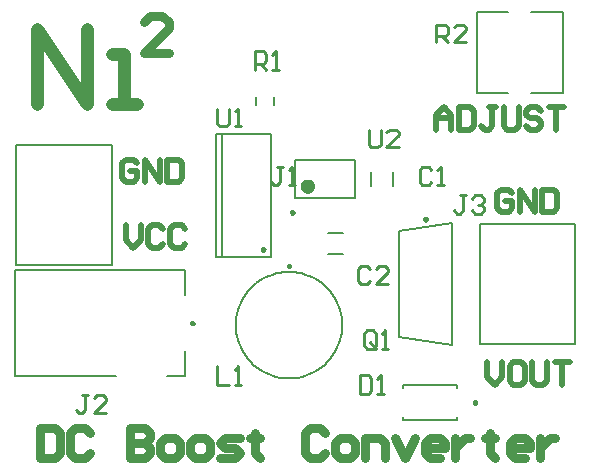
<source format=gbr>
%FSTAX23Y23*%
%MOIN*%
%SFA1B1*%

%IPPOS*%
%ADD10C,0.009843*%
%ADD11C,0.007874*%
%ADD12C,0.023622*%
%ADD13C,0.020079*%
%ADD14C,0.029921*%
%ADD15C,0.044882*%
%ADD16C,0.009843*%
%LNpcb1_legend_top-1*%
%LPD*%
G54D10*
X03709Y034D02*
D01*
X03709Y034*
X03709Y034*
X03709Y034*
X03709Y03401*
X03709Y03401*
X03709Y03401*
X03708Y03402*
X03708Y03402*
X03708Y03402*
X03708Y03403*
X03708Y03403*
X03707Y03403*
X03707Y03403*
X03707Y03403*
X03707Y03404*
X03706Y03404*
X03706Y03404*
X03706Y03404*
X03705Y03404*
X03705Y03404*
X03705Y03404*
X03704Y03404*
X03704*
X03704Y03404*
X03703Y03404*
X03703Y03404*
X03703Y03404*
X03702Y03404*
X03702Y03404*
X03702Y03404*
X03702Y03403*
X03701Y03403*
X03701Y03403*
X03701Y03403*
X03701Y03403*
X037Y03402*
X037Y03402*
X037Y03402*
X037Y03401*
X037Y03401*
X037Y03401*
X037Y034*
X037Y034*
X037Y034*
X037Y034*
X037Y03399*
X037Y03399*
X037Y03399*
X037Y03398*
X037Y03398*
X037Y03398*
X037Y03397*
X037Y03397*
X037Y03397*
X03701Y03396*
X03701Y03396*
X03701Y03396*
X03701Y03396*
X03702Y03396*
X03702Y03395*
X03702Y03395*
X03702Y03395*
X03703Y03395*
X03703Y03395*
X03703Y03395*
X03704Y03395*
X03704Y03395*
X03704*
X03705Y03395*
X03705Y03395*
X03705Y03395*
X03706Y03395*
X03706Y03395*
X03706Y03395*
X03707Y03395*
X03707Y03396*
X03707Y03396*
X03707Y03396*
X03708Y03396*
X03708Y03396*
X03708Y03397*
X03708Y03397*
X03708Y03397*
X03709Y03398*
X03709Y03398*
X03709Y03398*
X03709Y03399*
X03709Y03399*
X03709Y03399*
X03709Y034*
X03089Y03854D02*
D01*
X03089Y03855*
X03089Y03855*
X03089Y03855*
X03089Y03856*
X03089Y03856*
X03089Y03856*
X03089Y03856*
X03089Y03857*
X03088Y03857*
X03088Y03857*
X03088Y03858*
X03088Y03858*
X03087Y03858*
X03087Y03858*
X03087Y03858*
X03087Y03858*
X03086Y03859*
X03086Y03859*
X03086Y03859*
X03085Y03859*
X03085Y03859*
X03085Y03859*
X03084*
X03084Y03859*
X03084Y03859*
X03083Y03859*
X03083Y03859*
X03083Y03859*
X03082Y03858*
X03082Y03858*
X03082Y03858*
X03082Y03858*
X03081Y03858*
X03081Y03858*
X03081Y03857*
X03081Y03857*
X03081Y03857*
X0308Y03856*
X0308Y03856*
X0308Y03856*
X0308Y03856*
X0308Y03855*
X0308Y03855*
X0308Y03855*
X0308Y03854*
X0308Y03854*
X0308Y03854*
X0308Y03853*
X0308Y03853*
X0308Y03853*
X0308Y03852*
X0308Y03852*
X03081Y03852*
X03081Y03851*
X03081Y03851*
X03081Y03851*
X03081Y03851*
X03082Y03851*
X03082Y0385*
X03082Y0385*
X03082Y0385*
X03083Y0385*
X03083Y0385*
X03083Y0385*
X03084Y0385*
X03084Y0385*
X03084Y0385*
X03085*
X03085Y0385*
X03085Y0385*
X03086Y0385*
X03086Y0385*
X03086Y0385*
X03087Y0385*
X03087Y0385*
X03087Y0385*
X03087Y03851*
X03088Y03851*
X03088Y03851*
X03088Y03851*
X03088Y03851*
X03089Y03852*
X03089Y03852*
X03089Y03852*
X03089Y03853*
X03089Y03853*
X03089Y03853*
X03089Y03854*
X03089Y03854*
X03089Y03854*
X031Y04033D02*
D01*
X031Y04034*
X031Y04034*
X031Y04034*
X031Y04035*
X031Y04035*
X03099Y04035*
X03099Y04036*
X03099Y04036*
X03099Y04036*
X03099Y04036*
X03099Y04037*
X03098Y04037*
X03098Y04037*
X03098Y04037*
X03098Y04037*
X03097Y04038*
X03097Y04038*
X03097Y04038*
X03096Y04038*
X03096Y04038*
X03096Y04038*
X03095Y04038*
X03095*
X03095Y04038*
X03094Y04038*
X03094Y04038*
X03094Y04038*
X03093Y04038*
X03093Y04038*
X03093Y04037*
X03093Y04037*
X03092Y04037*
X03092Y04037*
X03092Y04037*
X03092Y04036*
X03091Y04036*
X03091Y04036*
X03091Y04036*
X03091Y04035*
X03091Y04035*
X03091Y04035*
X03091Y04034*
X0309Y04034*
X0309Y04034*
X0309Y04033*
X0309Y04033*
X0309Y04033*
X03091Y04032*
X03091Y04032*
X03091Y04032*
X03091Y04031*
X03091Y04031*
X03091Y04031*
X03091Y04031*
X03092Y0403*
X03092Y0403*
X03092Y0403*
X03092Y0403*
X03093Y04029*
X03093Y04029*
X03093Y04029*
X03093Y04029*
X03094Y04029*
X03094Y04029*
X03094Y04029*
X03095Y04029*
X03095Y04029*
X03095*
X03096Y04029*
X03096Y04029*
X03096Y04029*
X03097Y04029*
X03097Y04029*
X03097Y04029*
X03098Y04029*
X03098Y04029*
X03098Y0403*
X03098Y0403*
X03099Y0403*
X03099Y0403*
X03099Y04031*
X03099Y04031*
X03099Y04031*
X03099Y04031*
X031Y04032*
X031Y04032*
X031Y04032*
X031Y04033*
X031Y04033*
X031Y04033*
X03544Y04011D02*
D01*
X03544Y04011*
X03544Y04012*
X03544Y04012*
X03544Y04012*
X03544Y04013*
X03544Y04013*
X03544Y04013*
X03544Y04013*
X03543Y04014*
X03543Y04014*
X03543Y04014*
X03543Y04014*
X03543Y04015*
X03542Y04015*
X03542Y04015*
X03542Y04015*
X03541Y04015*
X03541Y04015*
X03541Y04016*
X0354Y04016*
X0354Y04016*
X0354Y04016*
X03539*
X03539Y04016*
X03539Y04016*
X03539Y04016*
X03538Y04015*
X03538Y04015*
X03538Y04015*
X03537Y04015*
X03537Y04015*
X03537Y04015*
X03536Y04014*
X03536Y04014*
X03536Y04014*
X03536Y04014*
X03536Y04013*
X03535Y04013*
X03535Y04013*
X03535Y04013*
X03535Y04012*
X03535Y04012*
X03535Y04012*
X03535Y04011*
X03535Y04011*
X03535Y04011*
X03535Y0401*
X03535Y0401*
X03535Y0401*
X03535Y04009*
X03535Y04009*
X03535Y04009*
X03536Y04008*
X03536Y04008*
X03536Y04008*
X03536Y04008*
X03536Y04007*
X03537Y04007*
X03537Y04007*
X03537Y04007*
X03538Y04007*
X03538Y04007*
X03538Y04006*
X03539Y04006*
X03539Y04006*
X03539Y04006*
X03539Y04006*
X0354*
X0354Y04006*
X0354Y04006*
X03541Y04006*
X03541Y04006*
X03541Y04007*
X03542Y04007*
X03542Y04007*
X03542Y04007*
X03543Y04007*
X03543Y04007*
X03543Y04008*
X03543Y04008*
X03543Y04008*
X03544Y04008*
X03544Y04009*
X03544Y04009*
X03544Y04009*
X03544Y0401*
X03544Y0401*
X03544Y0401*
X03544Y04011*
X03544Y04011*
X03003Y03911D02*
D01*
X03003Y03911*
X03003Y03911*
X03003Y03912*
X03002Y03912*
X03002Y03912*
X03002Y03912*
X03002Y03913*
X03002Y03913*
X03002Y03913*
X03002Y03914*
X03001Y03914*
X03001Y03914*
X03001Y03914*
X03001Y03914*
X03Y03915*
X03Y03915*
X03Y03915*
X02999Y03915*
X02999Y03915*
X02999Y03915*
X02998Y03915*
X02998Y03915*
X02998*
X02997Y03915*
X02997Y03915*
X02997Y03915*
X02996Y03915*
X02996Y03915*
X02996Y03915*
X02996Y03915*
X02995Y03914*
X02995Y03914*
X02995Y03914*
X02995Y03914*
X02994Y03914*
X02994Y03913*
X02994Y03913*
X02994Y03913*
X02994Y03912*
X02993Y03912*
X02993Y03912*
X02993Y03912*
X02993Y03911*
X02993Y03911*
X02993Y03911*
X02993Y0391*
X02993Y0391*
X02993Y0391*
X02993Y03909*
X02993Y03909*
X02994Y03909*
X02994Y03908*
X02994Y03908*
X02994Y03908*
X02994Y03907*
X02995Y03907*
X02995Y03907*
X02995Y03907*
X02995Y03907*
X02996Y03906*
X02996Y03906*
X02996Y03906*
X02996Y03906*
X02997Y03906*
X02997Y03906*
X02997Y03906*
X02998Y03906*
X02998*
X02998Y03906*
X02999Y03906*
X02999Y03906*
X02999Y03906*
X03Y03906*
X03Y03906*
X03Y03906*
X03001Y03907*
X03001Y03907*
X03001Y03907*
X03001Y03907*
X03002Y03907*
X03002Y03908*
X03002Y03908*
X03002Y03908*
X03002Y03909*
X03002Y03909*
X03002Y03909*
X03003Y0391*
X03003Y0391*
X03003Y0391*
X03003Y03911*
X02767Y03664D02*
D01*
X02767Y03665*
X02767Y03665*
X02767Y03665*
X02767Y03666*
X02767Y03666*
X02766Y03666*
X02766Y03667*
X02766Y03667*
X02766Y03667*
X02766Y03667*
X02765Y03668*
X02765Y03668*
X02765Y03668*
X02765Y03668*
X02764Y03669*
X02764Y03669*
X02764Y03669*
X02764Y03669*
X02763Y03669*
X02763Y03669*
X02763Y03669*
X02762Y03669*
X02762*
X02762Y03669*
X02761Y03669*
X02761Y03669*
X02761Y03669*
X0276Y03669*
X0276Y03669*
X0276Y03669*
X02759Y03668*
X02759Y03668*
X02759Y03668*
X02759Y03668*
X02758Y03667*
X02758Y03667*
X02758Y03667*
X02758Y03667*
X02758Y03666*
X02758Y03666*
X02758Y03666*
X02757Y03665*
X02757Y03665*
X02757Y03665*
X02757Y03664*
X02757Y03664*
X02757Y03664*
X02757Y03663*
X02758Y03663*
X02758Y03663*
X02758Y03663*
X02758Y03662*
X02758Y03662*
X02758Y03662*
X02758Y03661*
X02759Y03661*
X02759Y03661*
X02759Y03661*
X02759Y03661*
X0276Y0366*
X0276Y0366*
X0276Y0366*
X02761Y0366*
X02761Y0366*
X02761Y0366*
X02762Y0366*
X02762Y0366*
X02762*
X02763Y0366*
X02763Y0366*
X02763Y0366*
X02764Y0366*
X02764Y0366*
X02764Y0366*
X02764Y0366*
X02765Y03661*
X02765Y03661*
X02765Y03661*
X02765Y03661*
X02766Y03661*
X02766Y03662*
X02766Y03662*
X02766Y03662*
X02766Y03663*
X02767Y03663*
X02767Y03663*
X02767Y03663*
X02767Y03664*
X02767Y03664*
X02767Y03664*
G54D11*
X03262Y03658D02*
D01*
X03261Y0367*
X0326Y03682*
X03258Y03695*
X03255Y03707*
X03251Y03718*
X03246Y0373*
X03241Y03741*
X03235Y03752*
X03228Y03762*
X0322Y03772*
X03212Y03781*
X03203Y03789*
X03194Y03797*
X03184Y03805*
X03173Y03811*
X03162Y03817*
X03151Y03822*
X03139Y03826*
X03127Y0383*
X03115Y03832*
X03103Y03834*
X03091Y03835*
X03078*
X03066Y03834*
X03054Y03832*
X03042Y0383*
X0303Y03826*
X03018Y03822*
X03007Y03817*
X02996Y03811*
X02985Y03805*
X02975Y03797*
X02966Y03789*
X02957Y03781*
X02949Y03772*
X02941Y03762*
X02934Y03752*
X02928Y03741*
X02923Y0373*
X02918Y03718*
X02914Y03707*
X02911Y03695*
X02909Y03682*
X02908Y0367*
X02907Y03658*
X02908Y03645*
X02909Y03633*
X02911Y03621*
X02914Y03609*
X02918Y03597*
X02923Y03586*
X02928Y03575*
X02934Y03564*
X02941Y03554*
X02949Y03544*
X02957Y03535*
X02966Y03526*
X02975Y03518*
X02985Y03511*
X02996Y03504*
X03007Y03499*
X03018Y03494*
X0303Y03489*
X03042Y03486*
X03054Y03483*
X03066Y03482*
X03078Y03481*
X03091*
X03103Y03482*
X03115Y03483*
X03127Y03486*
X03139Y03489*
X03151Y03494*
X03162Y03499*
X03173Y03504*
X03184Y03511*
X03194Y03518*
X03203Y03526*
X03212Y03535*
X0322Y03544*
X03228Y03554*
X03235Y03564*
X03241Y03575*
X03246Y03586*
X03251Y03597*
X03255Y03609*
X03258Y03621*
X0326Y03633*
X03261Y03645*
X03262Y03658*
X03215Y03894D02*
X03264D01*
X03215Y03965D02*
X03264D01*
X03712Y0443D02*
X03816D01*
X0389D02*
X03997D01*
Y047*
X03712D02*
X03816D01*
X0389D02*
X03997D01*
X03712Y0443D02*
Y047D01*
X03645Y03342D02*
Y03351D01*
Y03448D02*
Y03457D01*
X03464D02*
X03645D01*
X03464Y03342D02*
Y03351D01*
Y03448D02*
Y03457D01*
Y03342D02*
X03645D01*
X03303Y04081D02*
Y04207D01*
X03106Y04081D02*
Y04207D01*
X03303*
X03106Y04081D02*
X03303D01*
X03359Y0412D02*
Y04169D01*
X0343Y0412D02*
Y04169D01*
X0345Y03617D02*
Y03972D01*
Y03617D02*
X03629Y0359D01*
X0345Y03972D02*
X03629Y03999D01*
Y0359D02*
Y03999D01*
X0372Y03594D02*
Y03994D01*
X04039Y03594D02*
Y03994D01*
X0372Y03594D02*
X04039D01*
X0372Y03994D02*
X04039D01*
X02862Y03885D02*
Y04294D01*
X02842Y03885D02*
X03024D01*
Y04294D01*
X02842D02*
X03024D01*
X02842Y03885D02*
Y04294D01*
X02172Y03842D02*
X02738D01*
X02172Y03487D02*
Y03842D01*
X02738Y03759D02*
Y03842D01*
X02172Y03487D02*
X02508D01*
X02677D02*
X02738D01*
Y0357*
X02494Y03859D02*
Y04259D01*
X02175Y03859D02*
Y04259D01*
X02494*
X02175Y03859D02*
X02494D01*
X02975Y04391D02*
Y04418D01*
X03034Y04391D02*
Y04418D01*
G54D12*
X03157Y04121D02*
D01*
X03157Y04122*
X03157Y04122*
X03157Y04123*
X03157Y04124*
X03157Y04125*
X03156Y04126*
X03156Y04126*
X03156Y04127*
X03155Y04128*
X03155Y04128*
X03154Y04129*
X03153Y0413*
X03153Y0413*
X03152Y04131*
X03151Y04131*
X03151Y04131*
X0315Y04132*
X03149Y04132*
X03148Y04132*
X03148Y04132*
X03147Y04133*
X03146Y04133*
X03145*
X03144Y04133*
X03144Y04132*
X03143Y04132*
X03142Y04132*
X03141Y04132*
X0314Y04131*
X0314Y04131*
X03139Y04131*
X03138Y0413*
X03138Y0413*
X03137Y04129*
X03137Y04128*
X03136Y04128*
X03136Y04127*
X03135Y04126*
X03135Y04126*
X03134Y04125*
X03134Y04124*
X03134Y04123*
X03134Y04122*
X03134Y04122*
X03134Y04121*
X03134Y0412*
X03134Y04119*
X03134Y04118*
X03134Y04118*
X03134Y04117*
X03135Y04116*
X03135Y04115*
X03136Y04115*
X03136Y04114*
X03137Y04113*
X03137Y04113*
X03138Y04112*
X03138Y04111*
X03139Y04111*
X0314Y04111*
X0314Y0411*
X03141Y0411*
X03142Y0411*
X03143Y04109*
X03144Y04109*
X03144Y04109*
X03145Y04109*
X03146*
X03147Y04109*
X03148Y04109*
X03148Y04109*
X03149Y0411*
X0315Y0411*
X03151Y0411*
X03151Y04111*
X03152Y04111*
X03153Y04111*
X03153Y04112*
X03154Y04113*
X03155Y04113*
X03155Y04114*
X03156Y04115*
X03156Y04115*
X03156Y04116*
X03157Y04117*
X03157Y04118*
X03157Y04118*
X03157Y04119*
X03157Y0412*
X03157Y04121*
G54D13*
X03575Y04309D02*
Y04359D01*
X036Y04385*
X03624Y04359*
Y04309*
Y04347*
X03575*
X0365Y04385D02*
Y04309D01*
X03687*
X037Y04322*
Y04372*
X03687Y04385*
X0365*
X03774D02*
X0375D01*
X03762*
Y04322*
X0375Y04309*
X03737*
X03724Y04322*
X038Y04385D02*
Y04322D01*
X03812Y04309*
X03837*
X0385Y04322*
Y04385*
X03924Y04372D02*
X03912Y04385D01*
X03887*
X03874Y04372*
Y04359*
X03887Y04347*
X03912*
X03924Y04335*
Y04322*
X03912Y04309*
X03887*
X03874Y04322*
X0395Y04385D02*
X04D01*
X03974*
Y04309*
X03829Y04097D02*
X03817Y04109D01*
X03792*
X03779Y04097*
Y04047*
X03792Y04035*
X03817*
X03829Y04047*
Y04072*
X03805*
X03855Y04035D02*
Y04109D01*
X03905Y04035*
Y04109*
X03929D02*
Y04035D01*
X03967*
X03979Y04047*
Y04097*
X03967Y04109*
X03929*
X03744Y03535D02*
Y03485D01*
X0377Y03459*
X03794Y03485*
Y03535*
X03857D02*
X03832D01*
X0382Y03522*
Y03472*
X03832Y03459*
X03857*
X0387Y03472*
Y03522*
X03857Y03535*
X03894D02*
Y03472D01*
X03907Y03459*
X03932*
X03944Y03472*
Y03535*
X0397D02*
X0402D01*
X03994*
Y03459*
X0254Y0399D02*
Y0394D01*
X02564Y03914*
X0259Y0394*
Y0399*
X02664Y03977D02*
X02652Y0399D01*
X02627*
X02614Y03977*
Y03927*
X02627Y03914*
X02652*
X02664Y03927*
X02739Y03977D02*
X02727Y0399D01*
X02702*
X02689Y03977*
Y03927*
X02702Y03914*
X02727*
X02739Y03927*
X02579Y04197D02*
X02567Y04209D01*
X02542*
X02529Y04197*
Y04147*
X02542Y04135*
X02567*
X02579Y04147*
Y04172*
X02555*
X02605Y04135D02*
Y04209D01*
X02655Y04135*
Y04209*
X02679D02*
Y04135D01*
X02717*
X02729Y04147*
Y04197*
X02717Y04209*
X02679*
G54D14*
X02255Y03314D02*
Y03214D01*
X02305*
X02321Y03231*
Y03298*
X02305Y03314*
X02255*
X02421Y03298D02*
X02405Y03314D01*
X02371*
X02355Y03298*
Y03231*
X02371Y03214*
X02405*
X02421Y03231*
X02554Y03314D02*
Y03214D01*
X02604*
X02621Y03231*
Y03248*
X02604Y03264*
X02554*
X02604*
X02621Y03281*
Y03298*
X02604Y03314*
X02554*
X02671Y03214D02*
X02704D01*
X02721Y03231*
Y03264*
X02704Y03281*
X02671*
X02654Y03264*
Y03231*
X02671Y03214*
X02771D02*
X02804D01*
X02821Y03231*
Y03264*
X02804Y03281*
X02771*
X02754Y03264*
Y03231*
X02771Y03214*
X02854D02*
X02904D01*
X02921Y03231*
X02904Y03248*
X02871*
X02854Y03264*
X02871Y03281*
X02921*
X02971Y03298D02*
Y03281D01*
X02954*
X02988*
X02971*
Y03231*
X02988Y03214*
X03204Y03298D02*
X03188Y03314D01*
X03154*
X03138Y03298*
Y03231*
X03154Y03214*
X03188*
X03204Y03231*
X03254Y03214D02*
X03288D01*
X03304Y03231*
Y03264*
X03288Y03281*
X03254*
X03238Y03264*
Y03231*
X03254Y03214*
X03337D02*
Y03281D01*
X03387*
X03404Y03264*
Y03214*
X03437Y03281D02*
X03471Y03214D01*
X03504Y03281*
X03587Y03214D02*
X03554D01*
X03537Y03231*
Y03264*
X03554Y03281*
X03587*
X03604Y03264*
Y03248*
X03537*
X03637Y03281D02*
Y03214D01*
Y03248*
X03654Y03264*
X03671Y03281*
X03687*
X03754Y03298D02*
Y03281D01*
X03737*
X03771*
X03754*
Y03231*
X03771Y03214*
X03871D02*
X03837D01*
X03821Y03231*
Y03264*
X03837Y03281*
X03871*
X03887Y03264*
Y03248*
X03821*
X03921Y03281D02*
Y03214D01*
Y03248*
X03937Y03264*
X03954Y03281*
X03971*
X02683Y04564D02*
X026D01*
X02683Y04648*
Y04669*
X02662Y04689*
X0262*
X026Y04669*
G54D15*
X02244Y04394D02*
Y04644D01*
X02411Y04394*
Y04644*
X02494Y04394D02*
X02578D01*
X02536*
Y04561*
X02494*
G54D16*
X03355Y03844D02*
X03344Y03855D01*
X03325*
X03314Y03844*
Y03805*
X03325Y03794*
X03344*
X03355Y03805*
X03414Y03794D02*
X03374D01*
X03414Y03835*
Y03844*
X03405Y03855*
X03385*
X03374Y03844*
X0332Y0349D02*
Y03429D01*
X0335*
X03359Y0344*
Y03479*
X0335Y0349*
X0332*
X03379Y03429D02*
X034D01*
X0339*
Y0349*
X03379Y03479*
X02844Y0352D02*
Y03459D01*
X02885*
X02905D02*
X02924D01*
X02914*
Y0352*
X02905Y03509*
X0335Y04309D02*
Y04259D01*
X03359Y0425*
X03379*
X0339Y04259*
Y04309*
X0345Y0425D02*
X03409D01*
X0345Y0429*
Y043*
X0344Y04309*
X0342*
X03409Y043*
X03559Y04174D02*
X0355Y04185D01*
X03529*
X0352Y04174*
Y04135*
X03529Y04125*
X0355*
X03559Y04135*
X03579Y04125D02*
X036D01*
X0359*
Y04185*
X03579Y04174*
X03374Y0359D02*
Y03629D01*
X03364Y0364*
X03344*
X03335Y03629*
Y0359*
X03344Y03579*
X03364*
X03355Y036D02*
X03374Y03579D01*
X03364D02*
X03374Y0359D01*
X03394Y03579D02*
X03414D01*
X03405*
Y0364*
X03394Y03629*
X03675Y0409D02*
X03655D01*
X03664*
Y0404*
X03655Y04029*
X03644*
X03635Y0404*
X03694Y04079D02*
X03705Y0409D01*
X03724*
X03735Y04079*
Y0407*
X03724Y04059*
X03714*
X03724*
X03735Y0405*
Y0404*
X03724Y04029*
X03705*
X03694Y0404*
X02844Y04379D02*
Y04329D01*
X02855Y0432*
X02875*
X02885Y04329*
Y04379*
X02905Y0432D02*
X02924D01*
X02914*
Y04379*
X02905Y0437*
X02414Y03424D02*
X02394D01*
X02405*
Y03375*
X02394Y03364*
X02385*
X02375Y03375*
X02474Y03364D02*
X02435D01*
X02474Y03405*
Y03414*
X02464Y03424*
X02444*
X02435Y03414*
X03064Y04185D02*
X03044D01*
X03055*
Y04135*
X03044Y04125*
X03035*
X03025Y04135*
X03085Y04125D02*
X03105D01*
X03094*
Y04185*
X03085Y04174*
X0297Y04509D02*
Y0457D01*
X03*
X03009Y04559*
Y0454*
X03Y04529*
X0297*
X0299D02*
X03009Y04509D01*
X03029D02*
X0305D01*
X0304*
Y0457*
X03029Y04559*
X03575Y046D02*
Y04659D01*
X03605*
X03614Y0465*
Y04629*
X03605Y0462*
X03575*
X03594D02*
X03614Y046D01*
X03674D02*
X03635D01*
X03674Y0464*
Y0465*
X03664Y04659*
X03644*
X03635Y0465*
M02*
</source>
